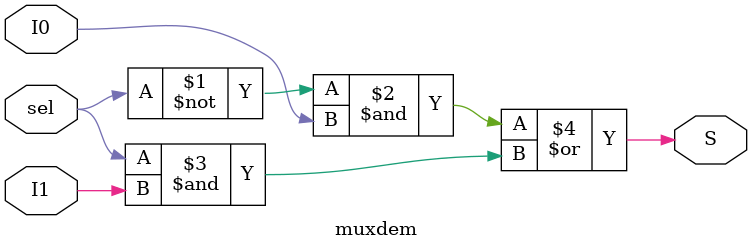
<source format=v>
/*
	Nome: Gabriel Augusto, Gabriel Araujo
	Data: 19/10
*/

module muxdem(I0,I1,sel,S);
input sel, I0,I1;
output S;

assign S = (~sel&I0) | (sel&I1);

endmodule

</source>
